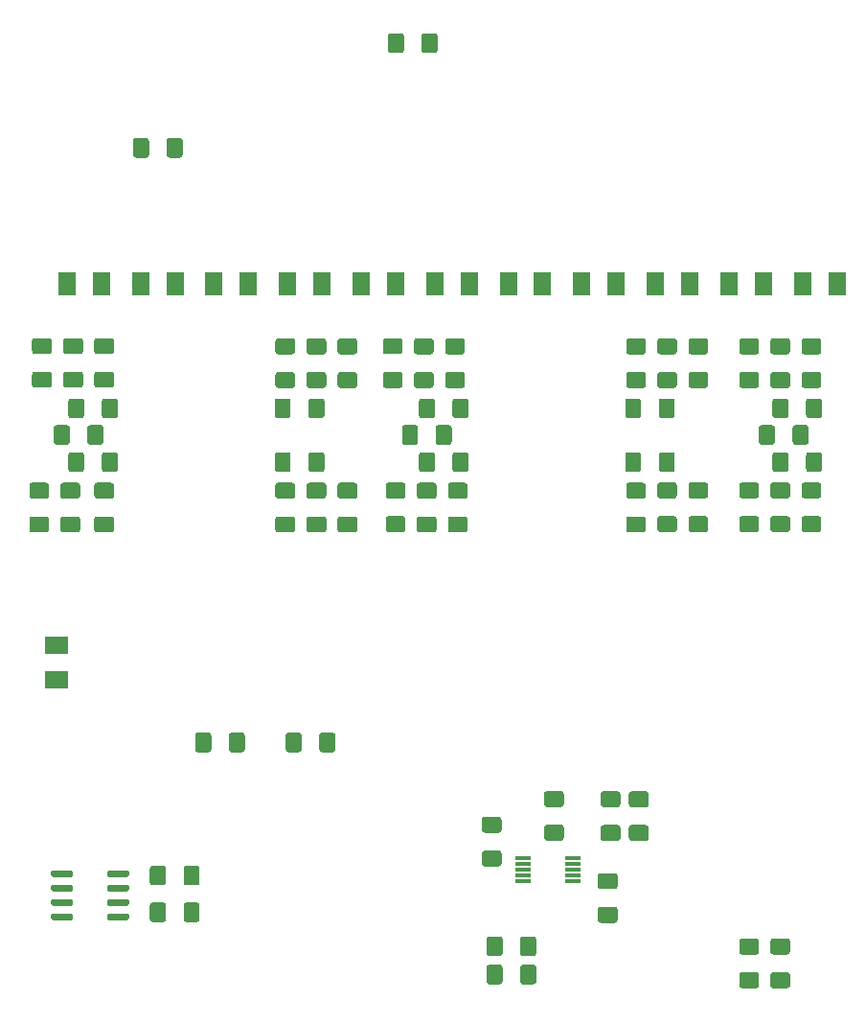
<source format=gbr>
G04 #@! TF.GenerationSoftware,KiCad,Pcbnew,(5.1.6)-1*
G04 #@! TF.CreationDate,2021-05-10T16:45:54-07:00*
G04 #@! TF.ProjectId,NiCd Battery Tester PCB Rev 3,4e694364-2042-4617-9474-657279205465,V2*
G04 #@! TF.SameCoordinates,Original*
G04 #@! TF.FileFunction,Paste,Top*
G04 #@! TF.FilePolarity,Positive*
%FSLAX46Y46*%
G04 Gerber Fmt 4.6, Leading zero omitted, Abs format (unit mm)*
G04 Created by KiCad (PCBNEW (5.1.6)-1) date 2021-05-10 16:45:54*
%MOMM*%
%LPD*%
G01*
G04 APERTURE LIST*
%ADD10R,1.520000X2.000000*%
%ADD11R,2.000000X1.520000*%
%ADD12R,1.400000X0.300000*%
G04 APERTURE END LIST*
D10*
X153960000Y-86000000D03*
X157000000Y-86000000D03*
G36*
G01*
X99125000Y-90787500D02*
X100375000Y-90787500D01*
G75*
G02*
X100625000Y-91037500I0J-250000D01*
G01*
X100625000Y-91962500D01*
G75*
G02*
X100375000Y-92212500I-250000J0D01*
G01*
X99125000Y-92212500D01*
G75*
G02*
X98875000Y-91962500I0J250000D01*
G01*
X98875000Y-91037500D01*
G75*
G02*
X99125000Y-90787500I250000J0D01*
G01*
G37*
G36*
G01*
X99125000Y-93762500D02*
X100375000Y-93762500D01*
G75*
G02*
X100625000Y-94012500I0J-250000D01*
G01*
X100625000Y-94937500D01*
G75*
G02*
X100375000Y-95187500I-250000J0D01*
G01*
X99125000Y-95187500D01*
G75*
G02*
X98875000Y-94937500I0J250000D01*
G01*
X98875000Y-94012500D01*
G75*
G02*
X99125000Y-93762500I250000J0D01*
G01*
G37*
G36*
G01*
X101875000Y-90787500D02*
X103125000Y-90787500D01*
G75*
G02*
X103375000Y-91037500I0J-250000D01*
G01*
X103375000Y-91962500D01*
G75*
G02*
X103125000Y-92212500I-250000J0D01*
G01*
X101875000Y-92212500D01*
G75*
G02*
X101625000Y-91962500I0J250000D01*
G01*
X101625000Y-91037500D01*
G75*
G02*
X101875000Y-90787500I250000J0D01*
G01*
G37*
G36*
G01*
X101875000Y-93762500D02*
X103125000Y-93762500D01*
G75*
G02*
X103375000Y-94012500I0J-250000D01*
G01*
X103375000Y-94937500D01*
G75*
G02*
X103125000Y-95187500I-250000J0D01*
G01*
X101875000Y-95187500D01*
G75*
G02*
X101625000Y-94937500I0J250000D01*
G01*
X101625000Y-94012500D01*
G75*
G02*
X101875000Y-93762500I250000J0D01*
G01*
G37*
G36*
G01*
X100125000Y-107962500D02*
X98875000Y-107962500D01*
G75*
G02*
X98625000Y-107712500I0J250000D01*
G01*
X98625000Y-106787500D01*
G75*
G02*
X98875000Y-106537500I250000J0D01*
G01*
X100125000Y-106537500D01*
G75*
G02*
X100375000Y-106787500I0J-250000D01*
G01*
X100375000Y-107712500D01*
G75*
G02*
X100125000Y-107962500I-250000J0D01*
G01*
G37*
G36*
G01*
X100125000Y-104987500D02*
X98875000Y-104987500D01*
G75*
G02*
X98625000Y-104737500I0J250000D01*
G01*
X98625000Y-103812500D01*
G75*
G02*
X98875000Y-103562500I250000J0D01*
G01*
X100125000Y-103562500D01*
G75*
G02*
X100375000Y-103812500I0J-250000D01*
G01*
X100375000Y-104737500D01*
G75*
G02*
X100125000Y-104987500I-250000J0D01*
G01*
G37*
G36*
G01*
X102875000Y-104987500D02*
X101625000Y-104987500D01*
G75*
G02*
X101375000Y-104737500I0J250000D01*
G01*
X101375000Y-103812500D01*
G75*
G02*
X101625000Y-103562500I250000J0D01*
G01*
X102875000Y-103562500D01*
G75*
G02*
X103125000Y-103812500I0J-250000D01*
G01*
X103125000Y-104737500D01*
G75*
G02*
X102875000Y-104987500I-250000J0D01*
G01*
G37*
G36*
G01*
X102875000Y-107962500D02*
X101625000Y-107962500D01*
G75*
G02*
X101375000Y-107712500I0J250000D01*
G01*
X101375000Y-106787500D01*
G75*
G02*
X101625000Y-106537500I250000J0D01*
G01*
X102875000Y-106537500D01*
G75*
G02*
X103125000Y-106787500I0J-250000D01*
G01*
X103125000Y-107712500D01*
G75*
G02*
X102875000Y-107962500I-250000J0D01*
G01*
G37*
G36*
G01*
X127375000Y-104987500D02*
X126125000Y-104987500D01*
G75*
G02*
X125875000Y-104737500I0J250000D01*
G01*
X125875000Y-103812500D01*
G75*
G02*
X126125000Y-103562500I250000J0D01*
G01*
X127375000Y-103562500D01*
G75*
G02*
X127625000Y-103812500I0J-250000D01*
G01*
X127625000Y-104737500D01*
G75*
G02*
X127375000Y-104987500I-250000J0D01*
G01*
G37*
G36*
G01*
X127375000Y-107962500D02*
X126125000Y-107962500D01*
G75*
G02*
X125875000Y-107712500I0J250000D01*
G01*
X125875000Y-106787500D01*
G75*
G02*
X126125000Y-106537500I250000J0D01*
G01*
X127375000Y-106537500D01*
G75*
G02*
X127625000Y-106787500I0J-250000D01*
G01*
X127625000Y-107712500D01*
G75*
G02*
X127375000Y-107962500I-250000J0D01*
G01*
G37*
G36*
G01*
X124625000Y-107962500D02*
X123375000Y-107962500D01*
G75*
G02*
X123125000Y-107712500I0J250000D01*
G01*
X123125000Y-106787500D01*
G75*
G02*
X123375000Y-106537500I250000J0D01*
G01*
X124625000Y-106537500D01*
G75*
G02*
X124875000Y-106787500I0J-250000D01*
G01*
X124875000Y-107712500D01*
G75*
G02*
X124625000Y-107962500I-250000J0D01*
G01*
G37*
G36*
G01*
X124625000Y-104987500D02*
X123375000Y-104987500D01*
G75*
G02*
X123125000Y-104737500I0J250000D01*
G01*
X123125000Y-103812500D01*
G75*
G02*
X123375000Y-103562500I250000J0D01*
G01*
X124625000Y-103562500D01*
G75*
G02*
X124875000Y-103812500I0J-250000D01*
G01*
X124875000Y-104737500D01*
G75*
G02*
X124625000Y-104987500I-250000J0D01*
G01*
G37*
G36*
G01*
X126125000Y-93787500D02*
X127375000Y-93787500D01*
G75*
G02*
X127625000Y-94037500I0J-250000D01*
G01*
X127625000Y-94962500D01*
G75*
G02*
X127375000Y-95212500I-250000J0D01*
G01*
X126125000Y-95212500D01*
G75*
G02*
X125875000Y-94962500I0J250000D01*
G01*
X125875000Y-94037500D01*
G75*
G02*
X126125000Y-93787500I250000J0D01*
G01*
G37*
G36*
G01*
X126125000Y-90812500D02*
X127375000Y-90812500D01*
G75*
G02*
X127625000Y-91062500I0J-250000D01*
G01*
X127625000Y-91987500D01*
G75*
G02*
X127375000Y-92237500I-250000J0D01*
G01*
X126125000Y-92237500D01*
G75*
G02*
X125875000Y-91987500I0J250000D01*
G01*
X125875000Y-91062500D01*
G75*
G02*
X126125000Y-90812500I250000J0D01*
G01*
G37*
G36*
G01*
X123375000Y-90812500D02*
X124625000Y-90812500D01*
G75*
G02*
X124875000Y-91062500I0J-250000D01*
G01*
X124875000Y-91987500D01*
G75*
G02*
X124625000Y-92237500I-250000J0D01*
G01*
X123375000Y-92237500D01*
G75*
G02*
X123125000Y-91987500I0J250000D01*
G01*
X123125000Y-91062500D01*
G75*
G02*
X123375000Y-90812500I250000J0D01*
G01*
G37*
G36*
G01*
X123375000Y-93787500D02*
X124625000Y-93787500D01*
G75*
G02*
X124875000Y-94037500I0J-250000D01*
G01*
X124875000Y-94962500D01*
G75*
G02*
X124625000Y-95212500I-250000J0D01*
G01*
X123375000Y-95212500D01*
G75*
G02*
X123125000Y-94962500I0J250000D01*
G01*
X123125000Y-94037500D01*
G75*
G02*
X123375000Y-93787500I250000J0D01*
G01*
G37*
G36*
G01*
X130125000Y-90800000D02*
X131375000Y-90800000D01*
G75*
G02*
X131625000Y-91050000I0J-250000D01*
G01*
X131625000Y-91975000D01*
G75*
G02*
X131375000Y-92225000I-250000J0D01*
G01*
X130125000Y-92225000D01*
G75*
G02*
X129875000Y-91975000I0J250000D01*
G01*
X129875000Y-91050000D01*
G75*
G02*
X130125000Y-90800000I250000J0D01*
G01*
G37*
G36*
G01*
X130125000Y-93775000D02*
X131375000Y-93775000D01*
G75*
G02*
X131625000Y-94025000I0J-250000D01*
G01*
X131625000Y-94950000D01*
G75*
G02*
X131375000Y-95200000I-250000J0D01*
G01*
X130125000Y-95200000D01*
G75*
G02*
X129875000Y-94950000I0J250000D01*
G01*
X129875000Y-94025000D01*
G75*
G02*
X130125000Y-93775000I250000J0D01*
G01*
G37*
G36*
G01*
X132875000Y-90812500D02*
X134125000Y-90812500D01*
G75*
G02*
X134375000Y-91062500I0J-250000D01*
G01*
X134375000Y-91987500D01*
G75*
G02*
X134125000Y-92237500I-250000J0D01*
G01*
X132875000Y-92237500D01*
G75*
G02*
X132625000Y-91987500I0J250000D01*
G01*
X132625000Y-91062500D01*
G75*
G02*
X132875000Y-90812500I250000J0D01*
G01*
G37*
G36*
G01*
X132875000Y-93787500D02*
X134125000Y-93787500D01*
G75*
G02*
X134375000Y-94037500I0J-250000D01*
G01*
X134375000Y-94962500D01*
G75*
G02*
X134125000Y-95212500I-250000J0D01*
G01*
X132875000Y-95212500D01*
G75*
G02*
X132625000Y-94962500I0J250000D01*
G01*
X132625000Y-94037500D01*
G75*
G02*
X132875000Y-93787500I250000J0D01*
G01*
G37*
G36*
G01*
X131625000Y-107950000D02*
X130375000Y-107950000D01*
G75*
G02*
X130125000Y-107700000I0J250000D01*
G01*
X130125000Y-106775000D01*
G75*
G02*
X130375000Y-106525000I250000J0D01*
G01*
X131625000Y-106525000D01*
G75*
G02*
X131875000Y-106775000I0J-250000D01*
G01*
X131875000Y-107700000D01*
G75*
G02*
X131625000Y-107950000I-250000J0D01*
G01*
G37*
G36*
G01*
X131625000Y-104975000D02*
X130375000Y-104975000D01*
G75*
G02*
X130125000Y-104725000I0J250000D01*
G01*
X130125000Y-103800000D01*
G75*
G02*
X130375000Y-103550000I250000J0D01*
G01*
X131625000Y-103550000D01*
G75*
G02*
X131875000Y-103800000I0J-250000D01*
G01*
X131875000Y-104725000D01*
G75*
G02*
X131625000Y-104975000I-250000J0D01*
G01*
G37*
G36*
G01*
X134375000Y-104987500D02*
X133125000Y-104987500D01*
G75*
G02*
X132875000Y-104737500I0J250000D01*
G01*
X132875000Y-103812500D01*
G75*
G02*
X133125000Y-103562500I250000J0D01*
G01*
X134375000Y-103562500D01*
G75*
G02*
X134625000Y-103812500I0J-250000D01*
G01*
X134625000Y-104737500D01*
G75*
G02*
X134375000Y-104987500I-250000J0D01*
G01*
G37*
G36*
G01*
X134375000Y-107962500D02*
X133125000Y-107962500D01*
G75*
G02*
X132875000Y-107712500I0J250000D01*
G01*
X132875000Y-106787500D01*
G75*
G02*
X133125000Y-106537500I250000J0D01*
G01*
X134375000Y-106537500D01*
G75*
G02*
X134625000Y-106787500I0J-250000D01*
G01*
X134625000Y-107712500D01*
G75*
G02*
X134375000Y-107962500I-250000J0D01*
G01*
G37*
G36*
G01*
X158375000Y-107937500D02*
X157125000Y-107937500D01*
G75*
G02*
X156875000Y-107687500I0J250000D01*
G01*
X156875000Y-106762500D01*
G75*
G02*
X157125000Y-106512500I250000J0D01*
G01*
X158375000Y-106512500D01*
G75*
G02*
X158625000Y-106762500I0J-250000D01*
G01*
X158625000Y-107687500D01*
G75*
G02*
X158375000Y-107937500I-250000J0D01*
G01*
G37*
G36*
G01*
X158375000Y-104962500D02*
X157125000Y-104962500D01*
G75*
G02*
X156875000Y-104712500I0J250000D01*
G01*
X156875000Y-103787500D01*
G75*
G02*
X157125000Y-103537500I250000J0D01*
G01*
X158375000Y-103537500D01*
G75*
G02*
X158625000Y-103787500I0J-250000D01*
G01*
X158625000Y-104712500D01*
G75*
G02*
X158375000Y-104962500I-250000J0D01*
G01*
G37*
G36*
G01*
X155625000Y-104962500D02*
X154375000Y-104962500D01*
G75*
G02*
X154125000Y-104712500I0J250000D01*
G01*
X154125000Y-103787500D01*
G75*
G02*
X154375000Y-103537500I250000J0D01*
G01*
X155625000Y-103537500D01*
G75*
G02*
X155875000Y-103787500I0J-250000D01*
G01*
X155875000Y-104712500D01*
G75*
G02*
X155625000Y-104962500I-250000J0D01*
G01*
G37*
G36*
G01*
X155625000Y-107937500D02*
X154375000Y-107937500D01*
G75*
G02*
X154125000Y-107687500I0J250000D01*
G01*
X154125000Y-106762500D01*
G75*
G02*
X154375000Y-106512500I250000J0D01*
G01*
X155625000Y-106512500D01*
G75*
G02*
X155875000Y-106762500I0J-250000D01*
G01*
X155875000Y-107687500D01*
G75*
G02*
X155625000Y-107937500I-250000J0D01*
G01*
G37*
G36*
G01*
X157125000Y-90812500D02*
X158375000Y-90812500D01*
G75*
G02*
X158625000Y-91062500I0J-250000D01*
G01*
X158625000Y-91987500D01*
G75*
G02*
X158375000Y-92237500I-250000J0D01*
G01*
X157125000Y-92237500D01*
G75*
G02*
X156875000Y-91987500I0J250000D01*
G01*
X156875000Y-91062500D01*
G75*
G02*
X157125000Y-90812500I250000J0D01*
G01*
G37*
G36*
G01*
X157125000Y-93787500D02*
X158375000Y-93787500D01*
G75*
G02*
X158625000Y-94037500I0J-250000D01*
G01*
X158625000Y-94962500D01*
G75*
G02*
X158375000Y-95212500I-250000J0D01*
G01*
X157125000Y-95212500D01*
G75*
G02*
X156875000Y-94962500I0J250000D01*
G01*
X156875000Y-94037500D01*
G75*
G02*
X157125000Y-93787500I250000J0D01*
G01*
G37*
G36*
G01*
X154375000Y-93787500D02*
X155625000Y-93787500D01*
G75*
G02*
X155875000Y-94037500I0J-250000D01*
G01*
X155875000Y-94962500D01*
G75*
G02*
X155625000Y-95212500I-250000J0D01*
G01*
X154375000Y-95212500D01*
G75*
G02*
X154125000Y-94962500I0J250000D01*
G01*
X154125000Y-94037500D01*
G75*
G02*
X154375000Y-93787500I250000J0D01*
G01*
G37*
G36*
G01*
X154375000Y-90812500D02*
X155625000Y-90812500D01*
G75*
G02*
X155875000Y-91062500I0J-250000D01*
G01*
X155875000Y-91987500D01*
G75*
G02*
X155625000Y-92237500I-250000J0D01*
G01*
X154375000Y-92237500D01*
G75*
G02*
X154125000Y-91987500I0J250000D01*
G01*
X154125000Y-91062500D01*
G75*
G02*
X154375000Y-90812500I250000J0D01*
G01*
G37*
G36*
G01*
X161625000Y-93787500D02*
X162875000Y-93787500D01*
G75*
G02*
X163125000Y-94037500I0J-250000D01*
G01*
X163125000Y-94962500D01*
G75*
G02*
X162875000Y-95212500I-250000J0D01*
G01*
X161625000Y-95212500D01*
G75*
G02*
X161375000Y-94962500I0J250000D01*
G01*
X161375000Y-94037500D01*
G75*
G02*
X161625000Y-93787500I250000J0D01*
G01*
G37*
G36*
G01*
X161625000Y-90812500D02*
X162875000Y-90812500D01*
G75*
G02*
X163125000Y-91062500I0J-250000D01*
G01*
X163125000Y-91987500D01*
G75*
G02*
X162875000Y-92237500I-250000J0D01*
G01*
X161625000Y-92237500D01*
G75*
G02*
X161375000Y-91987500I0J250000D01*
G01*
X161375000Y-91062500D01*
G75*
G02*
X161625000Y-90812500I250000J0D01*
G01*
G37*
G36*
G01*
X164375000Y-90812500D02*
X165625000Y-90812500D01*
G75*
G02*
X165875000Y-91062500I0J-250000D01*
G01*
X165875000Y-91987500D01*
G75*
G02*
X165625000Y-92237500I-250000J0D01*
G01*
X164375000Y-92237500D01*
G75*
G02*
X164125000Y-91987500I0J250000D01*
G01*
X164125000Y-91062500D01*
G75*
G02*
X164375000Y-90812500I250000J0D01*
G01*
G37*
G36*
G01*
X164375000Y-93787500D02*
X165625000Y-93787500D01*
G75*
G02*
X165875000Y-94037500I0J-250000D01*
G01*
X165875000Y-94962500D01*
G75*
G02*
X165625000Y-95212500I-250000J0D01*
G01*
X164375000Y-95212500D01*
G75*
G02*
X164125000Y-94962500I0J250000D01*
G01*
X164125000Y-94037500D01*
G75*
G02*
X164375000Y-93787500I250000J0D01*
G01*
G37*
G36*
G01*
X162875000Y-104962500D02*
X161625000Y-104962500D01*
G75*
G02*
X161375000Y-104712500I0J250000D01*
G01*
X161375000Y-103787500D01*
G75*
G02*
X161625000Y-103537500I250000J0D01*
G01*
X162875000Y-103537500D01*
G75*
G02*
X163125000Y-103787500I0J-250000D01*
G01*
X163125000Y-104712500D01*
G75*
G02*
X162875000Y-104962500I-250000J0D01*
G01*
G37*
G36*
G01*
X162875000Y-107937500D02*
X161625000Y-107937500D01*
G75*
G02*
X161375000Y-107687500I0J250000D01*
G01*
X161375000Y-106762500D01*
G75*
G02*
X161625000Y-106512500I250000J0D01*
G01*
X162875000Y-106512500D01*
G75*
G02*
X163125000Y-106762500I0J-250000D01*
G01*
X163125000Y-107687500D01*
G75*
G02*
X162875000Y-107937500I-250000J0D01*
G01*
G37*
G36*
G01*
X106462500Y-96375000D02*
X106462500Y-97625000D01*
G75*
G02*
X106212500Y-97875000I-250000J0D01*
G01*
X105287500Y-97875000D01*
G75*
G02*
X105037500Y-97625000I0J250000D01*
G01*
X105037500Y-96375000D01*
G75*
G02*
X105287500Y-96125000I250000J0D01*
G01*
X106212500Y-96125000D01*
G75*
G02*
X106462500Y-96375000I0J-250000D01*
G01*
G37*
G36*
G01*
X103487500Y-96375000D02*
X103487500Y-97625000D01*
G75*
G02*
X103237500Y-97875000I-250000J0D01*
G01*
X102312500Y-97875000D01*
G75*
G02*
X102062500Y-97625000I0J250000D01*
G01*
X102062500Y-96375000D01*
G75*
G02*
X102312500Y-96125000I250000J0D01*
G01*
X103237500Y-96125000D01*
G75*
G02*
X103487500Y-96375000I0J-250000D01*
G01*
G37*
G36*
G01*
X105875000Y-92212500D02*
X104625000Y-92212500D01*
G75*
G02*
X104375000Y-91962500I0J250000D01*
G01*
X104375000Y-91037500D01*
G75*
G02*
X104625000Y-90787500I250000J0D01*
G01*
X105875000Y-90787500D01*
G75*
G02*
X106125000Y-91037500I0J-250000D01*
G01*
X106125000Y-91962500D01*
G75*
G02*
X105875000Y-92212500I-250000J0D01*
G01*
G37*
G36*
G01*
X105875000Y-95187500D02*
X104625000Y-95187500D01*
G75*
G02*
X104375000Y-94937500I0J250000D01*
G01*
X104375000Y-94012500D01*
G75*
G02*
X104625000Y-93762500I250000J0D01*
G01*
X105875000Y-93762500D01*
G75*
G02*
X106125000Y-94012500I0J-250000D01*
G01*
X106125000Y-94937500D01*
G75*
G02*
X105875000Y-95187500I-250000J0D01*
G01*
G37*
G36*
G01*
X106462500Y-101125000D02*
X106462500Y-102375000D01*
G75*
G02*
X106212500Y-102625000I-250000J0D01*
G01*
X105287500Y-102625000D01*
G75*
G02*
X105037500Y-102375000I0J250000D01*
G01*
X105037500Y-101125000D01*
G75*
G02*
X105287500Y-100875000I250000J0D01*
G01*
X106212500Y-100875000D01*
G75*
G02*
X106462500Y-101125000I0J-250000D01*
G01*
G37*
G36*
G01*
X103487500Y-101125000D02*
X103487500Y-102375000D01*
G75*
G02*
X103237500Y-102625000I-250000J0D01*
G01*
X102312500Y-102625000D01*
G75*
G02*
X102062500Y-102375000I0J250000D01*
G01*
X102062500Y-101125000D01*
G75*
G02*
X102312500Y-100875000I250000J0D01*
G01*
X103237500Y-100875000D01*
G75*
G02*
X103487500Y-101125000I0J-250000D01*
G01*
G37*
G36*
G01*
X104625000Y-103562500D02*
X105875000Y-103562500D01*
G75*
G02*
X106125000Y-103812500I0J-250000D01*
G01*
X106125000Y-104737500D01*
G75*
G02*
X105875000Y-104987500I-250000J0D01*
G01*
X104625000Y-104987500D01*
G75*
G02*
X104375000Y-104737500I0J250000D01*
G01*
X104375000Y-103812500D01*
G75*
G02*
X104625000Y-103562500I250000J0D01*
G01*
G37*
G36*
G01*
X104625000Y-106537500D02*
X105875000Y-106537500D01*
G75*
G02*
X106125000Y-106787500I0J-250000D01*
G01*
X106125000Y-107712500D01*
G75*
G02*
X105875000Y-107962500I-250000J0D01*
G01*
X104625000Y-107962500D01*
G75*
G02*
X104375000Y-107712500I0J250000D01*
G01*
X104375000Y-106787500D01*
G75*
G02*
X104625000Y-106537500I250000J0D01*
G01*
G37*
G36*
G01*
X123287500Y-102375000D02*
X123287500Y-101125000D01*
G75*
G02*
X123537500Y-100875000I250000J0D01*
G01*
X124462500Y-100875000D01*
G75*
G02*
X124712500Y-101125000I0J-250000D01*
G01*
X124712500Y-102375000D01*
G75*
G02*
X124462500Y-102625000I-250000J0D01*
G01*
X123537500Y-102625000D01*
G75*
G02*
X123287500Y-102375000I0J250000D01*
G01*
G37*
G36*
G01*
X120312500Y-102375000D02*
X120312500Y-101125000D01*
G75*
G02*
X120562500Y-100875000I250000J0D01*
G01*
X121487500Y-100875000D01*
G75*
G02*
X121737500Y-101125000I0J-250000D01*
G01*
X121737500Y-102375000D01*
G75*
G02*
X121487500Y-102625000I-250000J0D01*
G01*
X120562500Y-102625000D01*
G75*
G02*
X120312500Y-102375000I0J250000D01*
G01*
G37*
G36*
G01*
X120625000Y-103562500D02*
X121875000Y-103562500D01*
G75*
G02*
X122125000Y-103812500I0J-250000D01*
G01*
X122125000Y-104737500D01*
G75*
G02*
X121875000Y-104987500I-250000J0D01*
G01*
X120625000Y-104987500D01*
G75*
G02*
X120375000Y-104737500I0J250000D01*
G01*
X120375000Y-103812500D01*
G75*
G02*
X120625000Y-103562500I250000J0D01*
G01*
G37*
G36*
G01*
X120625000Y-106537500D02*
X121875000Y-106537500D01*
G75*
G02*
X122125000Y-106787500I0J-250000D01*
G01*
X122125000Y-107712500D01*
G75*
G02*
X121875000Y-107962500I-250000J0D01*
G01*
X120625000Y-107962500D01*
G75*
G02*
X120375000Y-107712500I0J250000D01*
G01*
X120375000Y-106787500D01*
G75*
G02*
X120625000Y-106537500I250000J0D01*
G01*
G37*
G36*
G01*
X123287500Y-97625000D02*
X123287500Y-96375000D01*
G75*
G02*
X123537500Y-96125000I250000J0D01*
G01*
X124462500Y-96125000D01*
G75*
G02*
X124712500Y-96375000I0J-250000D01*
G01*
X124712500Y-97625000D01*
G75*
G02*
X124462500Y-97875000I-250000J0D01*
G01*
X123537500Y-97875000D01*
G75*
G02*
X123287500Y-97625000I0J250000D01*
G01*
G37*
G36*
G01*
X120312500Y-97625000D02*
X120312500Y-96375000D01*
G75*
G02*
X120562500Y-96125000I250000J0D01*
G01*
X121487500Y-96125000D01*
G75*
G02*
X121737500Y-96375000I0J-250000D01*
G01*
X121737500Y-97625000D01*
G75*
G02*
X121487500Y-97875000I-250000J0D01*
G01*
X120562500Y-97875000D01*
G75*
G02*
X120312500Y-97625000I0J250000D01*
G01*
G37*
G36*
G01*
X121875000Y-95212500D02*
X120625000Y-95212500D01*
G75*
G02*
X120375000Y-94962500I0J250000D01*
G01*
X120375000Y-94037500D01*
G75*
G02*
X120625000Y-93787500I250000J0D01*
G01*
X121875000Y-93787500D01*
G75*
G02*
X122125000Y-94037500I0J-250000D01*
G01*
X122125000Y-94962500D01*
G75*
G02*
X121875000Y-95212500I-250000J0D01*
G01*
G37*
G36*
G01*
X121875000Y-92237500D02*
X120625000Y-92237500D01*
G75*
G02*
X120375000Y-91987500I0J250000D01*
G01*
X120375000Y-91062500D01*
G75*
G02*
X120625000Y-90812500I250000J0D01*
G01*
X121875000Y-90812500D01*
G75*
G02*
X122125000Y-91062500I0J-250000D01*
G01*
X122125000Y-91987500D01*
G75*
G02*
X121875000Y-92237500I-250000J0D01*
G01*
G37*
G36*
G01*
X134487500Y-96375000D02*
X134487500Y-97625000D01*
G75*
G02*
X134237500Y-97875000I-250000J0D01*
G01*
X133312500Y-97875000D01*
G75*
G02*
X133062500Y-97625000I0J250000D01*
G01*
X133062500Y-96375000D01*
G75*
G02*
X133312500Y-96125000I250000J0D01*
G01*
X134237500Y-96125000D01*
G75*
G02*
X134487500Y-96375000I0J-250000D01*
G01*
G37*
G36*
G01*
X137462500Y-96375000D02*
X137462500Y-97625000D01*
G75*
G02*
X137212500Y-97875000I-250000J0D01*
G01*
X136287500Y-97875000D01*
G75*
G02*
X136037500Y-97625000I0J250000D01*
G01*
X136037500Y-96375000D01*
G75*
G02*
X136287500Y-96125000I250000J0D01*
G01*
X137212500Y-96125000D01*
G75*
G02*
X137462500Y-96375000I0J-250000D01*
G01*
G37*
G36*
G01*
X136875000Y-92237500D02*
X135625000Y-92237500D01*
G75*
G02*
X135375000Y-91987500I0J250000D01*
G01*
X135375000Y-91062500D01*
G75*
G02*
X135625000Y-90812500I250000J0D01*
G01*
X136875000Y-90812500D01*
G75*
G02*
X137125000Y-91062500I0J-250000D01*
G01*
X137125000Y-91987500D01*
G75*
G02*
X136875000Y-92237500I-250000J0D01*
G01*
G37*
G36*
G01*
X136875000Y-95212500D02*
X135625000Y-95212500D01*
G75*
G02*
X135375000Y-94962500I0J250000D01*
G01*
X135375000Y-94037500D01*
G75*
G02*
X135625000Y-93787500I250000J0D01*
G01*
X136875000Y-93787500D01*
G75*
G02*
X137125000Y-94037500I0J-250000D01*
G01*
X137125000Y-94962500D01*
G75*
G02*
X136875000Y-95212500I-250000J0D01*
G01*
G37*
G36*
G01*
X134487500Y-101125000D02*
X134487500Y-102375000D01*
G75*
G02*
X134237500Y-102625000I-250000J0D01*
G01*
X133312500Y-102625000D01*
G75*
G02*
X133062500Y-102375000I0J250000D01*
G01*
X133062500Y-101125000D01*
G75*
G02*
X133312500Y-100875000I250000J0D01*
G01*
X134237500Y-100875000D01*
G75*
G02*
X134487500Y-101125000I0J-250000D01*
G01*
G37*
G36*
G01*
X137462500Y-101125000D02*
X137462500Y-102375000D01*
G75*
G02*
X137212500Y-102625000I-250000J0D01*
G01*
X136287500Y-102625000D01*
G75*
G02*
X136037500Y-102375000I0J250000D01*
G01*
X136037500Y-101125000D01*
G75*
G02*
X136287500Y-100875000I250000J0D01*
G01*
X137212500Y-100875000D01*
G75*
G02*
X137462500Y-101125000I0J-250000D01*
G01*
G37*
G36*
G01*
X135875000Y-103562500D02*
X137125000Y-103562500D01*
G75*
G02*
X137375000Y-103812500I0J-250000D01*
G01*
X137375000Y-104737500D01*
G75*
G02*
X137125000Y-104987500I-250000J0D01*
G01*
X135875000Y-104987500D01*
G75*
G02*
X135625000Y-104737500I0J250000D01*
G01*
X135625000Y-103812500D01*
G75*
G02*
X135875000Y-103562500I250000J0D01*
G01*
G37*
G36*
G01*
X135875000Y-106537500D02*
X137125000Y-106537500D01*
G75*
G02*
X137375000Y-106787500I0J-250000D01*
G01*
X137375000Y-107712500D01*
G75*
G02*
X137125000Y-107962500I-250000J0D01*
G01*
X135875000Y-107962500D01*
G75*
G02*
X135625000Y-107712500I0J250000D01*
G01*
X135625000Y-106787500D01*
G75*
G02*
X135875000Y-106537500I250000J0D01*
G01*
G37*
G36*
G01*
X154262500Y-102375000D02*
X154262500Y-101125000D01*
G75*
G02*
X154512500Y-100875000I250000J0D01*
G01*
X155437500Y-100875000D01*
G75*
G02*
X155687500Y-101125000I0J-250000D01*
G01*
X155687500Y-102375000D01*
G75*
G02*
X155437500Y-102625000I-250000J0D01*
G01*
X154512500Y-102625000D01*
G75*
G02*
X154262500Y-102375000I0J250000D01*
G01*
G37*
G36*
G01*
X151287500Y-102375000D02*
X151287500Y-101125000D01*
G75*
G02*
X151537500Y-100875000I250000J0D01*
G01*
X152462500Y-100875000D01*
G75*
G02*
X152712500Y-101125000I0J-250000D01*
G01*
X152712500Y-102375000D01*
G75*
G02*
X152462500Y-102625000I-250000J0D01*
G01*
X151537500Y-102625000D01*
G75*
G02*
X151287500Y-102375000I0J250000D01*
G01*
G37*
G36*
G01*
X151625000Y-103562500D02*
X152875000Y-103562500D01*
G75*
G02*
X153125000Y-103812500I0J-250000D01*
G01*
X153125000Y-104737500D01*
G75*
G02*
X152875000Y-104987500I-250000J0D01*
G01*
X151625000Y-104987500D01*
G75*
G02*
X151375000Y-104737500I0J250000D01*
G01*
X151375000Y-103812500D01*
G75*
G02*
X151625000Y-103562500I250000J0D01*
G01*
G37*
G36*
G01*
X151625000Y-106537500D02*
X152875000Y-106537500D01*
G75*
G02*
X153125000Y-106787500I0J-250000D01*
G01*
X153125000Y-107712500D01*
G75*
G02*
X152875000Y-107962500I-250000J0D01*
G01*
X151625000Y-107962500D01*
G75*
G02*
X151375000Y-107712500I0J250000D01*
G01*
X151375000Y-106787500D01*
G75*
G02*
X151625000Y-106537500I250000J0D01*
G01*
G37*
G36*
G01*
X154262500Y-97625000D02*
X154262500Y-96375000D01*
G75*
G02*
X154512500Y-96125000I250000J0D01*
G01*
X155437500Y-96125000D01*
G75*
G02*
X155687500Y-96375000I0J-250000D01*
G01*
X155687500Y-97625000D01*
G75*
G02*
X155437500Y-97875000I-250000J0D01*
G01*
X154512500Y-97875000D01*
G75*
G02*
X154262500Y-97625000I0J250000D01*
G01*
G37*
G36*
G01*
X151287500Y-97625000D02*
X151287500Y-96375000D01*
G75*
G02*
X151537500Y-96125000I250000J0D01*
G01*
X152462500Y-96125000D01*
G75*
G02*
X152712500Y-96375000I0J-250000D01*
G01*
X152712500Y-97625000D01*
G75*
G02*
X152462500Y-97875000I-250000J0D01*
G01*
X151537500Y-97875000D01*
G75*
G02*
X151287500Y-97625000I0J250000D01*
G01*
G37*
G36*
G01*
X152875000Y-95212500D02*
X151625000Y-95212500D01*
G75*
G02*
X151375000Y-94962500I0J250000D01*
G01*
X151375000Y-94037500D01*
G75*
G02*
X151625000Y-93787500I250000J0D01*
G01*
X152875000Y-93787500D01*
G75*
G02*
X153125000Y-94037500I0J-250000D01*
G01*
X153125000Y-94962500D01*
G75*
G02*
X152875000Y-95212500I-250000J0D01*
G01*
G37*
G36*
G01*
X152875000Y-92237500D02*
X151625000Y-92237500D01*
G75*
G02*
X151375000Y-91987500I0J250000D01*
G01*
X151375000Y-91062500D01*
G75*
G02*
X151625000Y-90812500I250000J0D01*
G01*
X152875000Y-90812500D01*
G75*
G02*
X153125000Y-91062500I0J-250000D01*
G01*
X153125000Y-91987500D01*
G75*
G02*
X152875000Y-92237500I-250000J0D01*
G01*
G37*
G36*
G01*
X165737500Y-96375000D02*
X165737500Y-97625000D01*
G75*
G02*
X165487500Y-97875000I-250000J0D01*
G01*
X164562500Y-97875000D01*
G75*
G02*
X164312500Y-97625000I0J250000D01*
G01*
X164312500Y-96375000D01*
G75*
G02*
X164562500Y-96125000I250000J0D01*
G01*
X165487500Y-96125000D01*
G75*
G02*
X165737500Y-96375000I0J-250000D01*
G01*
G37*
G36*
G01*
X168712500Y-96375000D02*
X168712500Y-97625000D01*
G75*
G02*
X168462500Y-97875000I-250000J0D01*
G01*
X167537500Y-97875000D01*
G75*
G02*
X167287500Y-97625000I0J250000D01*
G01*
X167287500Y-96375000D01*
G75*
G02*
X167537500Y-96125000I250000J0D01*
G01*
X168462500Y-96125000D01*
G75*
G02*
X168712500Y-96375000I0J-250000D01*
G01*
G37*
G36*
G01*
X168375000Y-95212500D02*
X167125000Y-95212500D01*
G75*
G02*
X166875000Y-94962500I0J250000D01*
G01*
X166875000Y-94037500D01*
G75*
G02*
X167125000Y-93787500I250000J0D01*
G01*
X168375000Y-93787500D01*
G75*
G02*
X168625000Y-94037500I0J-250000D01*
G01*
X168625000Y-94962500D01*
G75*
G02*
X168375000Y-95212500I-250000J0D01*
G01*
G37*
G36*
G01*
X168375000Y-92237500D02*
X167125000Y-92237500D01*
G75*
G02*
X166875000Y-91987500I0J250000D01*
G01*
X166875000Y-91062500D01*
G75*
G02*
X167125000Y-90812500I250000J0D01*
G01*
X168375000Y-90812500D01*
G75*
G02*
X168625000Y-91062500I0J-250000D01*
G01*
X168625000Y-91987500D01*
G75*
G02*
X168375000Y-92237500I-250000J0D01*
G01*
G37*
G36*
G01*
X165737500Y-101125000D02*
X165737500Y-102375000D01*
G75*
G02*
X165487500Y-102625000I-250000J0D01*
G01*
X164562500Y-102625000D01*
G75*
G02*
X164312500Y-102375000I0J250000D01*
G01*
X164312500Y-101125000D01*
G75*
G02*
X164562500Y-100875000I250000J0D01*
G01*
X165487500Y-100875000D01*
G75*
G02*
X165737500Y-101125000I0J-250000D01*
G01*
G37*
G36*
G01*
X168712500Y-101125000D02*
X168712500Y-102375000D01*
G75*
G02*
X168462500Y-102625000I-250000J0D01*
G01*
X167537500Y-102625000D01*
G75*
G02*
X167287500Y-102375000I0J250000D01*
G01*
X167287500Y-101125000D01*
G75*
G02*
X167537500Y-100875000I250000J0D01*
G01*
X168462500Y-100875000D01*
G75*
G02*
X168712500Y-101125000I0J-250000D01*
G01*
G37*
G36*
G01*
X167125000Y-103537500D02*
X168375000Y-103537500D01*
G75*
G02*
X168625000Y-103787500I0J-250000D01*
G01*
X168625000Y-104712500D01*
G75*
G02*
X168375000Y-104962500I-250000J0D01*
G01*
X167125000Y-104962500D01*
G75*
G02*
X166875000Y-104712500I0J250000D01*
G01*
X166875000Y-103787500D01*
G75*
G02*
X167125000Y-103537500I250000J0D01*
G01*
G37*
G36*
G01*
X167125000Y-106512500D02*
X168375000Y-106512500D01*
G75*
G02*
X168625000Y-106762500I0J-250000D01*
G01*
X168625000Y-107687500D01*
G75*
G02*
X168375000Y-107937500I-250000J0D01*
G01*
X167125000Y-107937500D01*
G75*
G02*
X166875000Y-107687500I0J250000D01*
G01*
X166875000Y-106762500D01*
G75*
G02*
X167125000Y-106512500I250000J0D01*
G01*
G37*
G36*
G01*
X140462500Y-143875000D02*
X140462500Y-145125000D01*
G75*
G02*
X140212500Y-145375000I-250000J0D01*
G01*
X139287500Y-145375000D01*
G75*
G02*
X139037500Y-145125000I0J250000D01*
G01*
X139037500Y-143875000D01*
G75*
G02*
X139287500Y-143625000I250000J0D01*
G01*
X140212500Y-143625000D01*
G75*
G02*
X140462500Y-143875000I0J-250000D01*
G01*
G37*
G36*
G01*
X143437500Y-143875000D02*
X143437500Y-145125000D01*
G75*
G02*
X143187500Y-145375000I-250000J0D01*
G01*
X142262500Y-145375000D01*
G75*
G02*
X142012500Y-145125000I0J250000D01*
G01*
X142012500Y-143875000D01*
G75*
G02*
X142262500Y-143625000I250000J0D01*
G01*
X143187500Y-143625000D01*
G75*
G02*
X143437500Y-143875000I0J-250000D01*
G01*
G37*
G36*
G01*
X140125000Y-137462500D02*
X138875000Y-137462500D01*
G75*
G02*
X138625000Y-137212500I0J250000D01*
G01*
X138625000Y-136287500D01*
G75*
G02*
X138875000Y-136037500I250000J0D01*
G01*
X140125000Y-136037500D01*
G75*
G02*
X140375000Y-136287500I0J-250000D01*
G01*
X140375000Y-137212500D01*
G75*
G02*
X140125000Y-137462500I-250000J0D01*
G01*
G37*
G36*
G01*
X140125000Y-134487500D02*
X138875000Y-134487500D01*
G75*
G02*
X138625000Y-134237500I0J250000D01*
G01*
X138625000Y-133312500D01*
G75*
G02*
X138875000Y-133062500I250000J0D01*
G01*
X140125000Y-133062500D01*
G75*
G02*
X140375000Y-133312500I0J-250000D01*
G01*
X140375000Y-134237500D01*
G75*
G02*
X140125000Y-134487500I-250000J0D01*
G01*
G37*
G36*
G01*
X139037500Y-147625000D02*
X139037500Y-146375000D01*
G75*
G02*
X139287500Y-146125000I250000J0D01*
G01*
X140212500Y-146125000D01*
G75*
G02*
X140462500Y-146375000I0J-250000D01*
G01*
X140462500Y-147625000D01*
G75*
G02*
X140212500Y-147875000I-250000J0D01*
G01*
X139287500Y-147875000D01*
G75*
G02*
X139037500Y-147625000I0J250000D01*
G01*
G37*
G36*
G01*
X142012500Y-147625000D02*
X142012500Y-146375000D01*
G75*
G02*
X142262500Y-146125000I250000J0D01*
G01*
X143187500Y-146125000D01*
G75*
G02*
X143437500Y-146375000I0J-250000D01*
G01*
X143437500Y-147625000D01*
G75*
G02*
X143187500Y-147875000I-250000J0D01*
G01*
X142262500Y-147875000D01*
G75*
G02*
X142012500Y-147625000I0J250000D01*
G01*
G37*
X101960000Y-86000000D03*
X105000000Y-86000000D03*
X170000000Y-86000000D03*
X166960000Y-86000000D03*
X108460000Y-86000000D03*
X111500000Y-86000000D03*
X160460000Y-86000000D03*
X163500000Y-86000000D03*
X114960000Y-86000000D03*
X118000000Y-86000000D03*
X121460000Y-86000000D03*
X124500000Y-86000000D03*
X150500000Y-86000000D03*
X147460000Y-86000000D03*
X131000000Y-86000000D03*
X127960000Y-86000000D03*
X144000000Y-86000000D03*
X140960000Y-86000000D03*
X137500000Y-86000000D03*
X134460000Y-86000000D03*
G36*
G01*
X164375000Y-146787500D02*
X165625000Y-146787500D01*
G75*
G02*
X165875000Y-147037500I0J-250000D01*
G01*
X165875000Y-147962500D01*
G75*
G02*
X165625000Y-148212500I-250000J0D01*
G01*
X164375000Y-148212500D01*
G75*
G02*
X164125000Y-147962500I0J250000D01*
G01*
X164125000Y-147037500D01*
G75*
G02*
X164375000Y-146787500I250000J0D01*
G01*
G37*
G36*
G01*
X164375000Y-143812500D02*
X165625000Y-143812500D01*
G75*
G02*
X165875000Y-144062500I0J-250000D01*
G01*
X165875000Y-144987500D01*
G75*
G02*
X165625000Y-145237500I-250000J0D01*
G01*
X164375000Y-145237500D01*
G75*
G02*
X164125000Y-144987500I0J250000D01*
G01*
X164125000Y-144062500D01*
G75*
G02*
X164375000Y-143812500I250000J0D01*
G01*
G37*
G36*
G01*
X149375000Y-130812500D02*
X150625000Y-130812500D01*
G75*
G02*
X150875000Y-131062500I0J-250000D01*
G01*
X150875000Y-131987500D01*
G75*
G02*
X150625000Y-132237500I-250000J0D01*
G01*
X149375000Y-132237500D01*
G75*
G02*
X149125000Y-131987500I0J250000D01*
G01*
X149125000Y-131062500D01*
G75*
G02*
X149375000Y-130812500I250000J0D01*
G01*
G37*
G36*
G01*
X149375000Y-133787500D02*
X150625000Y-133787500D01*
G75*
G02*
X150875000Y-134037500I0J-250000D01*
G01*
X150875000Y-134962500D01*
G75*
G02*
X150625000Y-135212500I-250000J0D01*
G01*
X149375000Y-135212500D01*
G75*
G02*
X149125000Y-134962500I0J250000D01*
G01*
X149125000Y-134037500D01*
G75*
G02*
X149375000Y-133787500I250000J0D01*
G01*
G37*
G36*
G01*
X165625000Y-107937500D02*
X164375000Y-107937500D01*
G75*
G02*
X164125000Y-107687500I0J250000D01*
G01*
X164125000Y-106762500D01*
G75*
G02*
X164375000Y-106512500I250000J0D01*
G01*
X165625000Y-106512500D01*
G75*
G02*
X165875000Y-106762500I0J-250000D01*
G01*
X165875000Y-107687500D01*
G75*
G02*
X165625000Y-107937500I-250000J0D01*
G01*
G37*
G36*
G01*
X165625000Y-104962500D02*
X164375000Y-104962500D01*
G75*
G02*
X164125000Y-104712500I0J250000D01*
G01*
X164125000Y-103787500D01*
G75*
G02*
X164375000Y-103537500I250000J0D01*
G01*
X165625000Y-103537500D01*
G75*
G02*
X165875000Y-103787500I0J-250000D01*
G01*
X165875000Y-104712500D01*
G75*
G02*
X165625000Y-104962500I-250000J0D01*
G01*
G37*
G36*
G01*
X161625000Y-146787500D02*
X162875000Y-146787500D01*
G75*
G02*
X163125000Y-147037500I0J-250000D01*
G01*
X163125000Y-147962500D01*
G75*
G02*
X162875000Y-148212500I-250000J0D01*
G01*
X161625000Y-148212500D01*
G75*
G02*
X161375000Y-147962500I0J250000D01*
G01*
X161375000Y-147037500D01*
G75*
G02*
X161625000Y-146787500I250000J0D01*
G01*
G37*
G36*
G01*
X161625000Y-143812500D02*
X162875000Y-143812500D01*
G75*
G02*
X163125000Y-144062500I0J-250000D01*
G01*
X163125000Y-144987500D01*
G75*
G02*
X162875000Y-145237500I-250000J0D01*
G01*
X161625000Y-145237500D01*
G75*
G02*
X161375000Y-144987500I0J250000D01*
G01*
X161375000Y-144062500D01*
G75*
G02*
X161625000Y-143812500I250000J0D01*
G01*
G37*
G36*
G01*
X144375000Y-130787500D02*
X145625000Y-130787500D01*
G75*
G02*
X145875000Y-131037500I0J-250000D01*
G01*
X145875000Y-131962500D01*
G75*
G02*
X145625000Y-132212500I-250000J0D01*
G01*
X144375000Y-132212500D01*
G75*
G02*
X144125000Y-131962500I0J250000D01*
G01*
X144125000Y-131037500D01*
G75*
G02*
X144375000Y-130787500I250000J0D01*
G01*
G37*
G36*
G01*
X144375000Y-133762500D02*
X145625000Y-133762500D01*
G75*
G02*
X145875000Y-134012500I0J-250000D01*
G01*
X145875000Y-134937500D01*
G75*
G02*
X145625000Y-135187500I-250000J0D01*
G01*
X144375000Y-135187500D01*
G75*
G02*
X144125000Y-134937500I0J250000D01*
G01*
X144125000Y-134012500D01*
G75*
G02*
X144375000Y-133762500I250000J0D01*
G01*
G37*
G36*
G01*
X105187500Y-98725000D02*
X105187500Y-99975000D01*
G75*
G02*
X104937500Y-100225000I-250000J0D01*
G01*
X104012500Y-100225000D01*
G75*
G02*
X103762500Y-99975000I0J250000D01*
G01*
X103762500Y-98725000D01*
G75*
G02*
X104012500Y-98475000I250000J0D01*
G01*
X104937500Y-98475000D01*
G75*
G02*
X105187500Y-98725000I0J-250000D01*
G01*
G37*
G36*
G01*
X102212500Y-98725000D02*
X102212500Y-99975000D01*
G75*
G02*
X101962500Y-100225000I-250000J0D01*
G01*
X101037500Y-100225000D01*
G75*
G02*
X100787500Y-99975000I0J250000D01*
G01*
X100787500Y-98725000D01*
G75*
G02*
X101037500Y-98475000I250000J0D01*
G01*
X101962500Y-98475000D01*
G75*
G02*
X102212500Y-98725000I0J-250000D01*
G01*
G37*
G36*
G01*
X135962500Y-98725000D02*
X135962500Y-99975000D01*
G75*
G02*
X135712500Y-100225000I-250000J0D01*
G01*
X134787500Y-100225000D01*
G75*
G02*
X134537500Y-99975000I0J250000D01*
G01*
X134537500Y-98725000D01*
G75*
G02*
X134787500Y-98475000I250000J0D01*
G01*
X135712500Y-98475000D01*
G75*
G02*
X135962500Y-98725000I0J-250000D01*
G01*
G37*
G36*
G01*
X132987500Y-98725000D02*
X132987500Y-99975000D01*
G75*
G02*
X132737500Y-100225000I-250000J0D01*
G01*
X131812500Y-100225000D01*
G75*
G02*
X131562500Y-99975000I0J250000D01*
G01*
X131562500Y-98725000D01*
G75*
G02*
X131812500Y-98475000I250000J0D01*
G01*
X132737500Y-98475000D01*
G75*
G02*
X132987500Y-98725000I0J-250000D01*
G01*
G37*
G36*
G01*
X164537500Y-98725000D02*
X164537500Y-99975000D01*
G75*
G02*
X164287500Y-100225000I-250000J0D01*
G01*
X163362500Y-100225000D01*
G75*
G02*
X163112500Y-99975000I0J250000D01*
G01*
X163112500Y-98725000D01*
G75*
G02*
X163362500Y-98475000I250000J0D01*
G01*
X164287500Y-98475000D01*
G75*
G02*
X164537500Y-98725000I0J-250000D01*
G01*
G37*
G36*
G01*
X167512500Y-98725000D02*
X167512500Y-99975000D01*
G75*
G02*
X167262500Y-100225000I-250000J0D01*
G01*
X166337500Y-100225000D01*
G75*
G02*
X166087500Y-99975000I0J250000D01*
G01*
X166087500Y-98725000D01*
G75*
G02*
X166337500Y-98475000I250000J0D01*
G01*
X167262500Y-98475000D01*
G75*
G02*
X167512500Y-98725000I0J-250000D01*
G01*
G37*
D11*
X101000000Y-117960000D03*
X101000000Y-121000000D03*
G36*
G01*
X107787500Y-74625000D02*
X107787500Y-73375000D01*
G75*
G02*
X108037500Y-73125000I250000J0D01*
G01*
X108962500Y-73125000D01*
G75*
G02*
X109212500Y-73375000I0J-250000D01*
G01*
X109212500Y-74625000D01*
G75*
G02*
X108962500Y-74875000I-250000J0D01*
G01*
X108037500Y-74875000D01*
G75*
G02*
X107787500Y-74625000I0J250000D01*
G01*
G37*
G36*
G01*
X110762500Y-74625000D02*
X110762500Y-73375000D01*
G75*
G02*
X111012500Y-73125000I250000J0D01*
G01*
X111937500Y-73125000D01*
G75*
G02*
X112187500Y-73375000I0J-250000D01*
G01*
X112187500Y-74625000D01*
G75*
G02*
X111937500Y-74875000I-250000J0D01*
G01*
X111012500Y-74875000D01*
G75*
G02*
X110762500Y-74625000I0J250000D01*
G01*
G37*
G36*
G01*
X113687500Y-137625000D02*
X113687500Y-138875000D01*
G75*
G02*
X113437500Y-139125000I-250000J0D01*
G01*
X112512500Y-139125000D01*
G75*
G02*
X112262500Y-138875000I0J250000D01*
G01*
X112262500Y-137625000D01*
G75*
G02*
X112512500Y-137375000I250000J0D01*
G01*
X113437500Y-137375000D01*
G75*
G02*
X113687500Y-137625000I0J-250000D01*
G01*
G37*
G36*
G01*
X110712500Y-137625000D02*
X110712500Y-138875000D01*
G75*
G02*
X110462500Y-139125000I-250000J0D01*
G01*
X109537500Y-139125000D01*
G75*
G02*
X109287500Y-138875000I0J250000D01*
G01*
X109287500Y-137625000D01*
G75*
G02*
X109537500Y-137375000I250000J0D01*
G01*
X110462500Y-137375000D01*
G75*
G02*
X110712500Y-137625000I0J-250000D01*
G01*
G37*
G36*
G01*
X110712500Y-140875000D02*
X110712500Y-142125000D01*
G75*
G02*
X110462500Y-142375000I-250000J0D01*
G01*
X109537500Y-142375000D01*
G75*
G02*
X109287500Y-142125000I0J250000D01*
G01*
X109287500Y-140875000D01*
G75*
G02*
X109537500Y-140625000I250000J0D01*
G01*
X110462500Y-140625000D01*
G75*
G02*
X110712500Y-140875000I0J-250000D01*
G01*
G37*
G36*
G01*
X113687500Y-140875000D02*
X113687500Y-142125000D01*
G75*
G02*
X113437500Y-142375000I-250000J0D01*
G01*
X112512500Y-142375000D01*
G75*
G02*
X112262500Y-142125000I0J250000D01*
G01*
X112262500Y-140875000D01*
G75*
G02*
X112512500Y-140625000I250000J0D01*
G01*
X113437500Y-140625000D01*
G75*
G02*
X113687500Y-140875000I0J-250000D01*
G01*
G37*
G36*
G01*
X150375000Y-142437500D02*
X149125000Y-142437500D01*
G75*
G02*
X148875000Y-142187500I0J250000D01*
G01*
X148875000Y-141262500D01*
G75*
G02*
X149125000Y-141012500I250000J0D01*
G01*
X150375000Y-141012500D01*
G75*
G02*
X150625000Y-141262500I0J-250000D01*
G01*
X150625000Y-142187500D01*
G75*
G02*
X150375000Y-142437500I-250000J0D01*
G01*
G37*
G36*
G01*
X150375000Y-139462500D02*
X149125000Y-139462500D01*
G75*
G02*
X148875000Y-139212500I0J250000D01*
G01*
X148875000Y-138287500D01*
G75*
G02*
X149125000Y-138037500I250000J0D01*
G01*
X150375000Y-138037500D01*
G75*
G02*
X150625000Y-138287500I0J-250000D01*
G01*
X150625000Y-139212500D01*
G75*
G02*
X150375000Y-139462500I-250000J0D01*
G01*
G37*
G36*
G01*
X151875000Y-133787500D02*
X153125000Y-133787500D01*
G75*
G02*
X153375000Y-134037500I0J-250000D01*
G01*
X153375000Y-134962500D01*
G75*
G02*
X153125000Y-135212500I-250000J0D01*
G01*
X151875000Y-135212500D01*
G75*
G02*
X151625000Y-134962500I0J250000D01*
G01*
X151625000Y-134037500D01*
G75*
G02*
X151875000Y-133787500I250000J0D01*
G01*
G37*
G36*
G01*
X151875000Y-130812500D02*
X153125000Y-130812500D01*
G75*
G02*
X153375000Y-131062500I0J-250000D01*
G01*
X153375000Y-131987500D01*
G75*
G02*
X153125000Y-132237500I-250000J0D01*
G01*
X151875000Y-132237500D01*
G75*
G02*
X151625000Y-131987500I0J250000D01*
G01*
X151625000Y-131062500D01*
G75*
G02*
X151875000Y-130812500I250000J0D01*
G01*
G37*
G36*
G01*
X113287500Y-127125000D02*
X113287500Y-125875000D01*
G75*
G02*
X113537500Y-125625000I250000J0D01*
G01*
X114462500Y-125625000D01*
G75*
G02*
X114712500Y-125875000I0J-250000D01*
G01*
X114712500Y-127125000D01*
G75*
G02*
X114462500Y-127375000I-250000J0D01*
G01*
X113537500Y-127375000D01*
G75*
G02*
X113287500Y-127125000I0J250000D01*
G01*
G37*
G36*
G01*
X116262500Y-127125000D02*
X116262500Y-125875000D01*
G75*
G02*
X116512500Y-125625000I250000J0D01*
G01*
X117437500Y-125625000D01*
G75*
G02*
X117687500Y-125875000I0J-250000D01*
G01*
X117687500Y-127125000D01*
G75*
G02*
X117437500Y-127375000I-250000J0D01*
G01*
X116512500Y-127375000D01*
G75*
G02*
X116262500Y-127125000I0J250000D01*
G01*
G37*
G36*
G01*
X125687500Y-125875000D02*
X125687500Y-127125000D01*
G75*
G02*
X125437500Y-127375000I-250000J0D01*
G01*
X124512500Y-127375000D01*
G75*
G02*
X124262500Y-127125000I0J250000D01*
G01*
X124262500Y-125875000D01*
G75*
G02*
X124512500Y-125625000I250000J0D01*
G01*
X125437500Y-125625000D01*
G75*
G02*
X125687500Y-125875000I0J-250000D01*
G01*
G37*
G36*
G01*
X122712500Y-125875000D02*
X122712500Y-127125000D01*
G75*
G02*
X122462500Y-127375000I-250000J0D01*
G01*
X121537500Y-127375000D01*
G75*
G02*
X121287500Y-127125000I0J250000D01*
G01*
X121287500Y-125875000D01*
G75*
G02*
X121537500Y-125625000I250000J0D01*
G01*
X122462500Y-125625000D01*
G75*
G02*
X122712500Y-125875000I0J-250000D01*
G01*
G37*
G36*
G01*
X131737500Y-64125000D02*
X131737500Y-65375000D01*
G75*
G02*
X131487500Y-65625000I-250000J0D01*
G01*
X130562500Y-65625000D01*
G75*
G02*
X130312500Y-65375000I0J250000D01*
G01*
X130312500Y-64125000D01*
G75*
G02*
X130562500Y-63875000I250000J0D01*
G01*
X131487500Y-63875000D01*
G75*
G02*
X131737500Y-64125000I0J-250000D01*
G01*
G37*
G36*
G01*
X134712500Y-64125000D02*
X134712500Y-65375000D01*
G75*
G02*
X134462500Y-65625000I-250000J0D01*
G01*
X133537500Y-65625000D01*
G75*
G02*
X133287500Y-65375000I0J250000D01*
G01*
X133287500Y-64125000D01*
G75*
G02*
X133537500Y-63875000I250000J0D01*
G01*
X134462500Y-63875000D01*
G75*
G02*
X134712500Y-64125000I0J-250000D01*
G01*
G37*
G36*
G01*
X100550000Y-138245000D02*
X100550000Y-137945000D01*
G75*
G02*
X100700000Y-137795000I150000J0D01*
G01*
X102350000Y-137795000D01*
G75*
G02*
X102500000Y-137945000I0J-150000D01*
G01*
X102500000Y-138245000D01*
G75*
G02*
X102350000Y-138395000I-150000J0D01*
G01*
X100700000Y-138395000D01*
G75*
G02*
X100550000Y-138245000I0J150000D01*
G01*
G37*
G36*
G01*
X100550000Y-139515000D02*
X100550000Y-139215000D01*
G75*
G02*
X100700000Y-139065000I150000J0D01*
G01*
X102350000Y-139065000D01*
G75*
G02*
X102500000Y-139215000I0J-150000D01*
G01*
X102500000Y-139515000D01*
G75*
G02*
X102350000Y-139665000I-150000J0D01*
G01*
X100700000Y-139665000D01*
G75*
G02*
X100550000Y-139515000I0J150000D01*
G01*
G37*
G36*
G01*
X100550000Y-140785000D02*
X100550000Y-140485000D01*
G75*
G02*
X100700000Y-140335000I150000J0D01*
G01*
X102350000Y-140335000D01*
G75*
G02*
X102500000Y-140485000I0J-150000D01*
G01*
X102500000Y-140785000D01*
G75*
G02*
X102350000Y-140935000I-150000J0D01*
G01*
X100700000Y-140935000D01*
G75*
G02*
X100550000Y-140785000I0J150000D01*
G01*
G37*
G36*
G01*
X100550000Y-142055000D02*
X100550000Y-141755000D01*
G75*
G02*
X100700000Y-141605000I150000J0D01*
G01*
X102350000Y-141605000D01*
G75*
G02*
X102500000Y-141755000I0J-150000D01*
G01*
X102500000Y-142055000D01*
G75*
G02*
X102350000Y-142205000I-150000J0D01*
G01*
X100700000Y-142205000D01*
G75*
G02*
X100550000Y-142055000I0J150000D01*
G01*
G37*
G36*
G01*
X105500000Y-142055000D02*
X105500000Y-141755000D01*
G75*
G02*
X105650000Y-141605000I150000J0D01*
G01*
X107300000Y-141605000D01*
G75*
G02*
X107450000Y-141755000I0J-150000D01*
G01*
X107450000Y-142055000D01*
G75*
G02*
X107300000Y-142205000I-150000J0D01*
G01*
X105650000Y-142205000D01*
G75*
G02*
X105500000Y-142055000I0J150000D01*
G01*
G37*
G36*
G01*
X105500000Y-140785000D02*
X105500000Y-140485000D01*
G75*
G02*
X105650000Y-140335000I150000J0D01*
G01*
X107300000Y-140335000D01*
G75*
G02*
X107450000Y-140485000I0J-150000D01*
G01*
X107450000Y-140785000D01*
G75*
G02*
X107300000Y-140935000I-150000J0D01*
G01*
X105650000Y-140935000D01*
G75*
G02*
X105500000Y-140785000I0J150000D01*
G01*
G37*
G36*
G01*
X105500000Y-139515000D02*
X105500000Y-139215000D01*
G75*
G02*
X105650000Y-139065000I150000J0D01*
G01*
X107300000Y-139065000D01*
G75*
G02*
X107450000Y-139215000I0J-150000D01*
G01*
X107450000Y-139515000D01*
G75*
G02*
X107300000Y-139665000I-150000J0D01*
G01*
X105650000Y-139665000D01*
G75*
G02*
X105500000Y-139515000I0J150000D01*
G01*
G37*
G36*
G01*
X105500000Y-138245000D02*
X105500000Y-137945000D01*
G75*
G02*
X105650000Y-137795000I150000J0D01*
G01*
X107300000Y-137795000D01*
G75*
G02*
X107450000Y-137945000I0J-150000D01*
G01*
X107450000Y-138245000D01*
G75*
G02*
X107300000Y-138395000I-150000J0D01*
G01*
X105650000Y-138395000D01*
G75*
G02*
X105500000Y-138245000I0J150000D01*
G01*
G37*
D12*
X142300000Y-136750000D03*
X142300000Y-137250000D03*
X142300000Y-137750000D03*
X142300000Y-138250000D03*
X142300000Y-138750000D03*
X146700000Y-138750000D03*
X146700000Y-138250000D03*
X146700000Y-137750000D03*
X146700000Y-137250000D03*
X146700000Y-136750000D03*
M02*

</source>
